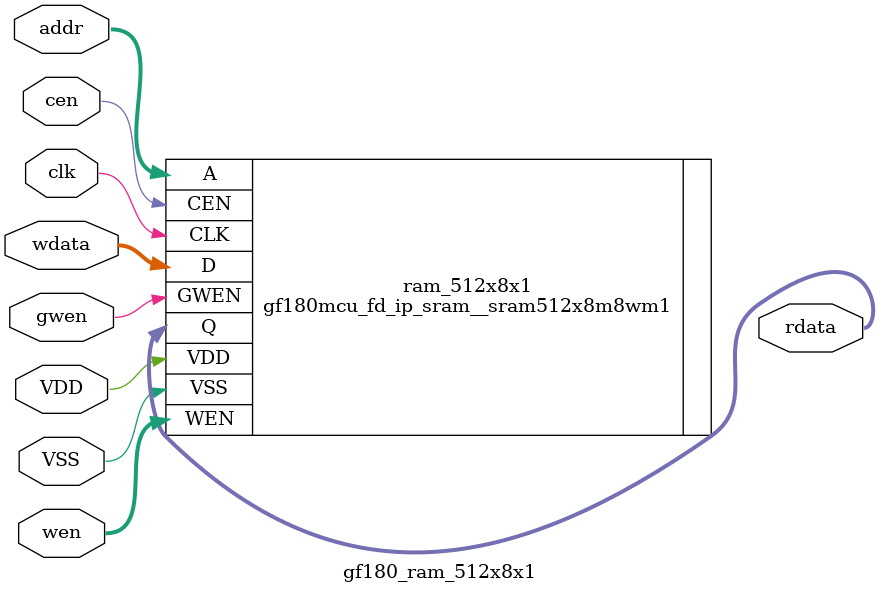
<source format=v>
module gf180_ram_512x8x1 (cen,
    clk,
    gwen,
    VDD,
    VSS,
    addr,
    rdata,
    wdata,
    wen);
 input cen;
 input clk;
 input gwen;
 input VDD;
 input VSS;
 input [8:0] addr;
 output [7:0] rdata;
 input [7:0] wdata;
 input [7:0] wen;


 gf180mcu_fd_ip_sram__sram512x8m8wm1 ram_512x8x1 (.CEN(cen),
    .CLK(clk),
    .GWEN(gwen),
    .VDD(VDD),
    .VSS(VSS),
    .A({addr[8],
    addr[7],
    addr[6],
    addr[5],
    addr[4],
    addr[3],
    addr[2],
    addr[1],
    addr[0]}),
    .D({wdata[7],
    wdata[6],
    wdata[5],
    wdata[4],
    wdata[3],
    wdata[2],
    wdata[1],
    wdata[0]}),
    .Q({rdata[7],
    rdata[6],
    rdata[5],
    rdata[4],
    rdata[3],
    rdata[2],
    rdata[1],
    rdata[0]}),
    .WEN({wen[7],
    wen[6],
    wen[5],
    wen[4],
    wen[3],
    wen[2],
    wen[1],
    wen[0]}));
endmodule

</source>
